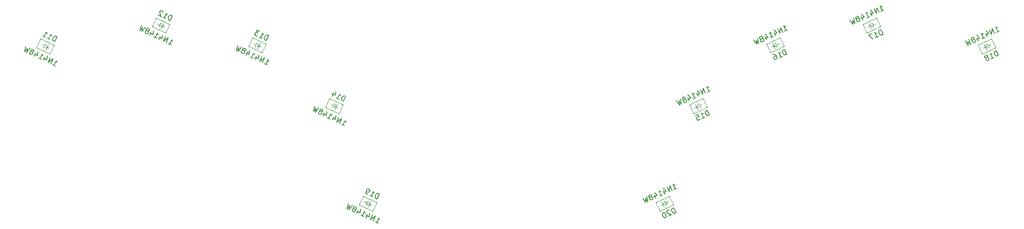
<source format=gbr>
%TF.GenerationSoftware,KiCad,Pcbnew,7.0.5*%
%TF.CreationDate,2023-06-04T15:55:19-04:00*%
%TF.ProjectId,epsilon-kb,65707369-6c6f-46e2-9d6b-622e6b696361,rev?*%
%TF.SameCoordinates,Original*%
%TF.FileFunction,AssemblyDrawing,Bot*%
%FSLAX46Y46*%
G04 Gerber Fmt 4.6, Leading zero omitted, Abs format (unit mm)*
G04 Created by KiCad (PCBNEW 7.0.5) date 2023-06-04 15:55:19*
%MOMM*%
%LPD*%
G01*
G04 APERTURE LIST*
%ADD10C,0.150000*%
%ADD11C,0.100000*%
G04 APERTURE END LIST*
D10*
%TO.C,D20*%
X179672377Y-110318587D02*
X180190267Y-110077091D01*
X179931322Y-110197839D02*
X179508704Y-109291531D01*
X179508704Y-109291531D02*
X179655393Y-109380754D01*
X179655393Y-109380754D02*
X179781957Y-109426820D01*
X179781957Y-109426820D02*
X179888397Y-109429728D01*
X179283960Y-110499709D02*
X178861341Y-109593401D01*
X178861341Y-109593401D02*
X178766069Y-110741205D01*
X178766069Y-110741205D02*
X178343451Y-109834898D01*
X177664331Y-110519369D02*
X177946077Y-111123574D01*
X177719121Y-110073486D02*
X178236779Y-110620225D01*
X178236779Y-110620225D02*
X177675731Y-110881846D01*
X176996611Y-111566317D02*
X177514501Y-111324821D01*
X177255556Y-111445569D02*
X176832938Y-110539261D01*
X176832938Y-110539261D02*
X176979627Y-110628484D01*
X176979627Y-110628484D02*
X177106192Y-110674550D01*
X177106192Y-110674550D02*
X177212631Y-110677458D01*
X175938030Y-111324356D02*
X176219776Y-111928561D01*
X175992821Y-110878473D02*
X176510478Y-111425212D01*
X176510478Y-111425212D02*
X175949431Y-111686833D01*
X175374075Y-111692417D02*
X175440265Y-111609010D01*
X175440265Y-111609010D02*
X175463298Y-111545728D01*
X175463298Y-111545728D02*
X175466206Y-111439288D01*
X175466206Y-111439288D02*
X175446081Y-111396130D01*
X175446081Y-111396130D02*
X175362674Y-111329940D01*
X175362674Y-111329940D02*
X175299392Y-111306907D01*
X175299392Y-111306907D02*
X175192953Y-111303999D01*
X175192953Y-111303999D02*
X175020322Y-111384498D01*
X175020322Y-111384498D02*
X174954132Y-111467905D01*
X174954132Y-111467905D02*
X174931099Y-111531187D01*
X174931099Y-111531187D02*
X174928191Y-111637627D01*
X174928191Y-111637627D02*
X174948316Y-111680784D01*
X174948316Y-111680784D02*
X175031723Y-111746974D01*
X175031723Y-111746974D02*
X175095005Y-111770007D01*
X175095005Y-111770007D02*
X175201445Y-111772915D01*
X175201445Y-111772915D02*
X175374075Y-111692417D01*
X175374075Y-111692417D02*
X175480514Y-111695325D01*
X175480514Y-111695325D02*
X175543797Y-111718358D01*
X175543797Y-111718358D02*
X175627203Y-111784548D01*
X175627203Y-111784548D02*
X175707702Y-111957178D01*
X175707702Y-111957178D02*
X175704794Y-112063618D01*
X175704794Y-112063618D02*
X175681761Y-112126900D01*
X175681761Y-112126900D02*
X175615571Y-112210307D01*
X175615571Y-112210307D02*
X175442941Y-112290806D01*
X175442941Y-112290806D02*
X175336501Y-112287897D01*
X175336501Y-112287897D02*
X175273219Y-112264865D01*
X175273219Y-112264865D02*
X175189812Y-112198674D01*
X175189812Y-112198674D02*
X175109313Y-112026044D01*
X175109313Y-112026044D02*
X175112221Y-111919605D01*
X175112221Y-111919605D02*
X175135254Y-111856322D01*
X175135254Y-111856322D02*
X175201445Y-111772915D01*
X174545590Y-111605869D02*
X174752420Y-112612801D01*
X174752420Y-112612801D02*
X174277920Y-112045937D01*
X174277920Y-112045937D02*
X174407160Y-112773798D01*
X174407160Y-112773798D02*
X173768755Y-111968114D01*
X180045651Y-114668376D02*
X179623033Y-113762068D01*
X179623033Y-113762068D02*
X179407245Y-113862692D01*
X179407245Y-113862692D02*
X179297897Y-113966223D01*
X179297897Y-113966223D02*
X179251832Y-114092788D01*
X179251832Y-114092788D02*
X179248923Y-114199227D01*
X179248923Y-114199227D02*
X179286265Y-114391982D01*
X179286265Y-114391982D02*
X179346639Y-114521455D01*
X179346639Y-114521455D02*
X179470295Y-114673960D01*
X179470295Y-114673960D02*
X179553702Y-114740150D01*
X179553702Y-114740150D02*
X179680266Y-114786216D01*
X179680266Y-114786216D02*
X179829863Y-114769000D01*
X179829863Y-114769000D02*
X180045651Y-114668376D01*
X178800132Y-114250877D02*
X178736850Y-114227844D01*
X178736850Y-114227844D02*
X178630410Y-114224936D01*
X178630410Y-114224936D02*
X178414622Y-114325559D01*
X178414622Y-114325559D02*
X178348432Y-114408966D01*
X178348432Y-114408966D02*
X178325399Y-114472248D01*
X178325399Y-114472248D02*
X178322491Y-114578688D01*
X178322491Y-114578688D02*
X178362740Y-114665003D01*
X178362740Y-114665003D02*
X178466272Y-114774351D01*
X178466272Y-114774351D02*
X179225658Y-115050745D01*
X179225658Y-115050745D02*
X178664611Y-115312366D01*
X177680945Y-114667679D02*
X177594630Y-114707928D01*
X177594630Y-114707928D02*
X177528439Y-114791335D01*
X177528439Y-114791335D02*
X177505406Y-114854617D01*
X177505406Y-114854617D02*
X177502498Y-114961057D01*
X177502498Y-114961057D02*
X177539839Y-115153812D01*
X177539839Y-115153812D02*
X177640463Y-115369599D01*
X177640463Y-115369599D02*
X177764119Y-115522105D01*
X177764119Y-115522105D02*
X177847526Y-115588295D01*
X177847526Y-115588295D02*
X177910808Y-115611328D01*
X177910808Y-115611328D02*
X178017248Y-115614236D01*
X178017248Y-115614236D02*
X178103563Y-115573987D01*
X178103563Y-115573987D02*
X178169753Y-115490580D01*
X178169753Y-115490580D02*
X178192786Y-115427298D01*
X178192786Y-115427298D02*
X178195694Y-115320858D01*
X178195694Y-115320858D02*
X178158353Y-115128103D01*
X178158353Y-115128103D02*
X178057730Y-114912316D01*
X178057730Y-114912316D02*
X177934073Y-114759810D01*
X177934073Y-114759810D02*
X177850666Y-114693620D01*
X177850666Y-114693620D02*
X177787384Y-114670587D01*
X177787384Y-114670587D02*
X177680945Y-114667679D01*
%TO.C,D11*%
X62825079Y-86759674D02*
X63342969Y-87001170D01*
X63084024Y-86880422D02*
X63506642Y-85974114D01*
X63506642Y-85974114D02*
X63532583Y-86143836D01*
X63532583Y-86143836D02*
X63578649Y-86270401D01*
X63578649Y-86270401D02*
X63644839Y-86353807D01*
X62436661Y-86578552D02*
X62859279Y-85672244D01*
X62859279Y-85672244D02*
X61918771Y-86337056D01*
X61918771Y-86337056D02*
X62341389Y-85430748D01*
X61380523Y-85350482D02*
X61098778Y-85954687D01*
X61757308Y-85105845D02*
X61671226Y-85853831D01*
X61671226Y-85853831D02*
X61110178Y-85592210D01*
X60149313Y-85511944D02*
X60667203Y-85753440D01*
X60408258Y-85632692D02*
X60830876Y-84726384D01*
X60830876Y-84726384D02*
X60856817Y-84896106D01*
X60856817Y-84896106D02*
X60902883Y-85022671D01*
X60902883Y-85022671D02*
X60969073Y-85106077D01*
X59654223Y-84545494D02*
X59372477Y-85149700D01*
X60031008Y-84300858D02*
X59944925Y-85048844D01*
X59944925Y-85048844D02*
X59383878Y-84787223D01*
X59009768Y-84350064D02*
X59116208Y-84347156D01*
X59116208Y-84347156D02*
X59179490Y-84324123D01*
X59179490Y-84324123D02*
X59262897Y-84257933D01*
X59262897Y-84257933D02*
X59283022Y-84214775D01*
X59283022Y-84214775D02*
X59280114Y-84108335D01*
X59280114Y-84108335D02*
X59257081Y-84045053D01*
X59257081Y-84045053D02*
X59190890Y-83961646D01*
X59190890Y-83961646D02*
X59018260Y-83881148D01*
X59018260Y-83881148D02*
X58911821Y-83884056D01*
X58911821Y-83884056D02*
X58848538Y-83907089D01*
X58848538Y-83907089D02*
X58765132Y-83973279D01*
X58765132Y-83973279D02*
X58745007Y-84016437D01*
X58745007Y-84016437D02*
X58747915Y-84122876D01*
X58747915Y-84122876D02*
X58770948Y-84186158D01*
X58770948Y-84186158D02*
X58837138Y-84269565D01*
X58837138Y-84269565D02*
X59009768Y-84350064D01*
X59009768Y-84350064D02*
X59075959Y-84433471D01*
X59075959Y-84433471D02*
X59098991Y-84496753D01*
X59098991Y-84496753D02*
X59101900Y-84603193D01*
X59101900Y-84603193D02*
X59021401Y-84775823D01*
X59021401Y-84775823D02*
X58937994Y-84842013D01*
X58937994Y-84842013D02*
X58874712Y-84865046D01*
X58874712Y-84865046D02*
X58768272Y-84867954D01*
X58768272Y-84867954D02*
X58595642Y-84787455D01*
X58595642Y-84787455D02*
X58529452Y-84704049D01*
X58529452Y-84704049D02*
X58506419Y-84640766D01*
X58506419Y-84640766D02*
X58503511Y-84534327D01*
X58503511Y-84534327D02*
X58584009Y-84361697D01*
X58584009Y-84361697D02*
X58667416Y-84295506D01*
X58667416Y-84295506D02*
X58730698Y-84272473D01*
X58730698Y-84272473D02*
X58837138Y-84269565D01*
X58543528Y-83659776D02*
X57905122Y-84465461D01*
X57905122Y-84465461D02*
X58034362Y-83737599D01*
X58034362Y-83737599D02*
X57559862Y-84304463D01*
X57559862Y-84304463D02*
X57766692Y-83297532D01*
X63198352Y-82409885D02*
X63620971Y-81503577D01*
X63620971Y-81503577D02*
X63405183Y-81402954D01*
X63405183Y-81402954D02*
X63255586Y-81385737D01*
X63255586Y-81385737D02*
X63129021Y-81431803D01*
X63129021Y-81431803D02*
X63045615Y-81497993D01*
X63045615Y-81497993D02*
X62921958Y-81650499D01*
X62921958Y-81650499D02*
X62861584Y-81779971D01*
X62861584Y-81779971D02*
X62824243Y-81972726D01*
X62824243Y-81972726D02*
X62827151Y-82079166D01*
X62827151Y-82079166D02*
X62873217Y-82205730D01*
X62873217Y-82205730D02*
X62982565Y-82309261D01*
X62982565Y-82309261D02*
X63198352Y-82409885D01*
X61817312Y-81765895D02*
X62335202Y-82007391D01*
X62076257Y-81886643D02*
X62498875Y-80980335D01*
X62498875Y-80980335D02*
X62524816Y-81150057D01*
X62524816Y-81150057D02*
X62570882Y-81276622D01*
X62570882Y-81276622D02*
X62637072Y-81360029D01*
X60954162Y-81363402D02*
X61472052Y-81604898D01*
X61213107Y-81484150D02*
X61635725Y-80577842D01*
X61635725Y-80577842D02*
X61661666Y-80747564D01*
X61661666Y-80747564D02*
X61707732Y-80874128D01*
X61707732Y-80874128D02*
X61773922Y-80957535D01*
%TO.C,D19*%
X123472581Y-116419292D02*
X123990471Y-116660788D01*
X123731526Y-116540040D02*
X124154144Y-115633732D01*
X124154144Y-115633732D02*
X124180085Y-115803454D01*
X124180085Y-115803454D02*
X124226151Y-115930019D01*
X124226151Y-115930019D02*
X124292341Y-116013425D01*
X123084163Y-116238170D02*
X123506781Y-115331862D01*
X123506781Y-115331862D02*
X122566273Y-115996674D01*
X122566273Y-115996674D02*
X122988891Y-115090366D01*
X122028025Y-115010100D02*
X121746280Y-115614305D01*
X122404810Y-114765463D02*
X122318728Y-115513449D01*
X122318728Y-115513449D02*
X121757680Y-115251828D01*
X120796815Y-115171562D02*
X121314705Y-115413058D01*
X121055760Y-115292310D02*
X121478378Y-114386002D01*
X121478378Y-114386002D02*
X121504319Y-114555724D01*
X121504319Y-114555724D02*
X121550385Y-114682289D01*
X121550385Y-114682289D02*
X121616575Y-114765695D01*
X120301725Y-114205112D02*
X120019979Y-114809318D01*
X120678510Y-113960476D02*
X120592427Y-114708462D01*
X120592427Y-114708462D02*
X120031380Y-114446841D01*
X119657270Y-114009682D02*
X119763710Y-114006774D01*
X119763710Y-114006774D02*
X119826992Y-113983741D01*
X119826992Y-113983741D02*
X119910399Y-113917551D01*
X119910399Y-113917551D02*
X119930524Y-113874393D01*
X119930524Y-113874393D02*
X119927616Y-113767953D01*
X119927616Y-113767953D02*
X119904583Y-113704671D01*
X119904583Y-113704671D02*
X119838392Y-113621264D01*
X119838392Y-113621264D02*
X119665762Y-113540766D01*
X119665762Y-113540766D02*
X119559323Y-113543674D01*
X119559323Y-113543674D02*
X119496040Y-113566707D01*
X119496040Y-113566707D02*
X119412634Y-113632897D01*
X119412634Y-113632897D02*
X119392509Y-113676055D01*
X119392509Y-113676055D02*
X119395417Y-113782494D01*
X119395417Y-113782494D02*
X119418450Y-113845776D01*
X119418450Y-113845776D02*
X119484640Y-113929183D01*
X119484640Y-113929183D02*
X119657270Y-114009682D01*
X119657270Y-114009682D02*
X119723461Y-114093089D01*
X119723461Y-114093089D02*
X119746493Y-114156371D01*
X119746493Y-114156371D02*
X119749402Y-114262811D01*
X119749402Y-114262811D02*
X119668903Y-114435441D01*
X119668903Y-114435441D02*
X119585496Y-114501631D01*
X119585496Y-114501631D02*
X119522214Y-114524664D01*
X119522214Y-114524664D02*
X119415774Y-114527572D01*
X119415774Y-114527572D02*
X119243144Y-114447073D01*
X119243144Y-114447073D02*
X119176954Y-114363667D01*
X119176954Y-114363667D02*
X119153921Y-114300384D01*
X119153921Y-114300384D02*
X119151013Y-114193945D01*
X119151013Y-114193945D02*
X119231511Y-114021315D01*
X119231511Y-114021315D02*
X119314918Y-113955124D01*
X119314918Y-113955124D02*
X119378200Y-113932091D01*
X119378200Y-113932091D02*
X119484640Y-113929183D01*
X119191030Y-113319394D02*
X118552624Y-114125079D01*
X118552624Y-114125079D02*
X118681864Y-113397217D01*
X118681864Y-113397217D02*
X118207364Y-113964081D01*
X118207364Y-113964081D02*
X118414194Y-112957150D01*
X123845854Y-112069503D02*
X124268473Y-111163195D01*
X124268473Y-111163195D02*
X124052685Y-111062572D01*
X124052685Y-111062572D02*
X123903088Y-111045355D01*
X123903088Y-111045355D02*
X123776523Y-111091421D01*
X123776523Y-111091421D02*
X123693117Y-111157611D01*
X123693117Y-111157611D02*
X123569460Y-111310117D01*
X123569460Y-111310117D02*
X123509086Y-111439589D01*
X123509086Y-111439589D02*
X123471745Y-111632344D01*
X123471745Y-111632344D02*
X123474653Y-111738784D01*
X123474653Y-111738784D02*
X123520719Y-111865348D01*
X123520719Y-111865348D02*
X123630067Y-111968879D01*
X123630067Y-111968879D02*
X123845854Y-112069503D01*
X122464814Y-111425513D02*
X122982704Y-111667009D01*
X122723759Y-111546261D02*
X123146377Y-110639953D01*
X123146377Y-110639953D02*
X123172318Y-110809675D01*
X123172318Y-110809675D02*
X123218384Y-110936240D01*
X123218384Y-110936240D02*
X123284574Y-111019647D01*
X122033239Y-111224266D02*
X121860609Y-111143768D01*
X121860609Y-111143768D02*
X121794418Y-111060361D01*
X121794418Y-111060361D02*
X121771385Y-110997079D01*
X121771385Y-110997079D02*
X121745444Y-110827357D01*
X121745444Y-110827357D02*
X121782786Y-110634602D01*
X121782786Y-110634602D02*
X121943783Y-110289342D01*
X121943783Y-110289342D02*
X122027190Y-110223151D01*
X122027190Y-110223151D02*
X122090472Y-110200119D01*
X122090472Y-110200119D02*
X122196912Y-110197210D01*
X122196912Y-110197210D02*
X122369542Y-110277709D01*
X122369542Y-110277709D02*
X122435732Y-110361116D01*
X122435732Y-110361116D02*
X122458765Y-110424398D01*
X122458765Y-110424398D02*
X122461673Y-110530838D01*
X122461673Y-110530838D02*
X122361050Y-110746626D01*
X122361050Y-110746626D02*
X122277643Y-110812816D01*
X122277643Y-110812816D02*
X122214361Y-110835849D01*
X122214361Y-110835849D02*
X122107921Y-110838757D01*
X122107921Y-110838757D02*
X121935291Y-110758258D01*
X121935291Y-110758258D02*
X121869101Y-110674851D01*
X121869101Y-110674851D02*
X121846068Y-110611569D01*
X121846068Y-110611569D02*
X121843160Y-110505129D01*
%TO.C,D18*%
X240319880Y-80658969D02*
X240837770Y-80417473D01*
X240578825Y-80538221D02*
X240156207Y-79631913D01*
X240156207Y-79631913D02*
X240302896Y-79721136D01*
X240302896Y-79721136D02*
X240429460Y-79767202D01*
X240429460Y-79767202D02*
X240535900Y-79770110D01*
X239931463Y-80840091D02*
X239508844Y-79933783D01*
X239508844Y-79933783D02*
X239413572Y-81081587D01*
X239413572Y-81081587D02*
X238990954Y-80175280D01*
X238311834Y-80859751D02*
X238593580Y-81463956D01*
X238366624Y-80413868D02*
X238884282Y-80960607D01*
X238884282Y-80960607D02*
X238323234Y-81222228D01*
X237644114Y-81906699D02*
X238162004Y-81665203D01*
X237903059Y-81785951D02*
X237480441Y-80879643D01*
X237480441Y-80879643D02*
X237627130Y-80968866D01*
X237627130Y-80968866D02*
X237753695Y-81014932D01*
X237753695Y-81014932D02*
X237860134Y-81017840D01*
X236585533Y-81664738D02*
X236867279Y-82268943D01*
X236640324Y-81218855D02*
X237157981Y-81765594D01*
X237157981Y-81765594D02*
X236596934Y-82027215D01*
X236021578Y-82032799D02*
X236087768Y-81949392D01*
X236087768Y-81949392D02*
X236110801Y-81886110D01*
X236110801Y-81886110D02*
X236113709Y-81779670D01*
X236113709Y-81779670D02*
X236093584Y-81736512D01*
X236093584Y-81736512D02*
X236010177Y-81670322D01*
X236010177Y-81670322D02*
X235946895Y-81647289D01*
X235946895Y-81647289D02*
X235840456Y-81644381D01*
X235840456Y-81644381D02*
X235667825Y-81724880D01*
X235667825Y-81724880D02*
X235601635Y-81808287D01*
X235601635Y-81808287D02*
X235578602Y-81871569D01*
X235578602Y-81871569D02*
X235575694Y-81978009D01*
X235575694Y-81978009D02*
X235595819Y-82021166D01*
X235595819Y-82021166D02*
X235679226Y-82087356D01*
X235679226Y-82087356D02*
X235742508Y-82110389D01*
X235742508Y-82110389D02*
X235848948Y-82113297D01*
X235848948Y-82113297D02*
X236021578Y-82032799D01*
X236021578Y-82032799D02*
X236128017Y-82035707D01*
X236128017Y-82035707D02*
X236191300Y-82058740D01*
X236191300Y-82058740D02*
X236274706Y-82124930D01*
X236274706Y-82124930D02*
X236355205Y-82297560D01*
X236355205Y-82297560D02*
X236352297Y-82404000D01*
X236352297Y-82404000D02*
X236329264Y-82467282D01*
X236329264Y-82467282D02*
X236263074Y-82550689D01*
X236263074Y-82550689D02*
X236090444Y-82631188D01*
X236090444Y-82631188D02*
X235984004Y-82628279D01*
X235984004Y-82628279D02*
X235920722Y-82605247D01*
X235920722Y-82605247D02*
X235837315Y-82539056D01*
X235837315Y-82539056D02*
X235756816Y-82366426D01*
X235756816Y-82366426D02*
X235759724Y-82259987D01*
X235759724Y-82259987D02*
X235782757Y-82196704D01*
X235782757Y-82196704D02*
X235848948Y-82113297D01*
X235193093Y-81946251D02*
X235399923Y-82953183D01*
X235399923Y-82953183D02*
X234925423Y-82386319D01*
X234925423Y-82386319D02*
X235054663Y-83114180D01*
X235054663Y-83114180D02*
X234416258Y-82308496D01*
X240693154Y-85008758D02*
X240270536Y-84102450D01*
X240270536Y-84102450D02*
X240054748Y-84203074D01*
X240054748Y-84203074D02*
X239945400Y-84306605D01*
X239945400Y-84306605D02*
X239899335Y-84433170D01*
X239899335Y-84433170D02*
X239896426Y-84539609D01*
X239896426Y-84539609D02*
X239933768Y-84732364D01*
X239933768Y-84732364D02*
X239994142Y-84861837D01*
X239994142Y-84861837D02*
X240117798Y-85014342D01*
X240117798Y-85014342D02*
X240201205Y-85080532D01*
X240201205Y-85080532D02*
X240327769Y-85126598D01*
X240327769Y-85126598D02*
X240477366Y-85109382D01*
X240477366Y-85109382D02*
X240693154Y-85008758D01*
X239312114Y-85652748D02*
X239830004Y-85411252D01*
X239571059Y-85532000D02*
X239148440Y-84625692D01*
X239148440Y-84625692D02*
X239295129Y-84714915D01*
X239295129Y-84714915D02*
X239421694Y-84760981D01*
X239421694Y-84760981D02*
X239528134Y-84763889D01*
X238552727Y-85376354D02*
X238618918Y-85292947D01*
X238618918Y-85292947D02*
X238641950Y-85229665D01*
X238641950Y-85229665D02*
X238644859Y-85123225D01*
X238644859Y-85123225D02*
X238624734Y-85080068D01*
X238624734Y-85080068D02*
X238541327Y-85013877D01*
X238541327Y-85013877D02*
X238478045Y-84990844D01*
X238478045Y-84990844D02*
X238371605Y-84987936D01*
X238371605Y-84987936D02*
X238198975Y-85068435D01*
X238198975Y-85068435D02*
X238132785Y-85151842D01*
X238132785Y-85151842D02*
X238109752Y-85215124D01*
X238109752Y-85215124D02*
X238106844Y-85321564D01*
X238106844Y-85321564D02*
X238126968Y-85364721D01*
X238126968Y-85364721D02*
X238210375Y-85430912D01*
X238210375Y-85430912D02*
X238273657Y-85453945D01*
X238273657Y-85453945D02*
X238380097Y-85456853D01*
X238380097Y-85456853D02*
X238552727Y-85376354D01*
X238552727Y-85376354D02*
X238659167Y-85379262D01*
X238659167Y-85379262D02*
X238722449Y-85402295D01*
X238722449Y-85402295D02*
X238805856Y-85468485D01*
X238805856Y-85468485D02*
X238886355Y-85641115D01*
X238886355Y-85641115D02*
X238883447Y-85747555D01*
X238883447Y-85747555D02*
X238860414Y-85810837D01*
X238860414Y-85810837D02*
X238794223Y-85894244D01*
X238794223Y-85894244D02*
X238621593Y-85974743D01*
X238621593Y-85974743D02*
X238515154Y-85971835D01*
X238515154Y-85971835D02*
X238451871Y-85948802D01*
X238451871Y-85948802D02*
X238368465Y-85882611D01*
X238368465Y-85882611D02*
X238287966Y-85709981D01*
X238287966Y-85709981D02*
X238290874Y-85603542D01*
X238290874Y-85603542D02*
X238313907Y-85540260D01*
X238313907Y-85540260D02*
X238380097Y-85456853D01*
%TO.C,D14*%
X117154082Y-98025637D02*
X117671972Y-98267133D01*
X117413027Y-98146385D02*
X117835645Y-97240077D01*
X117835645Y-97240077D02*
X117861586Y-97409799D01*
X117861586Y-97409799D02*
X117907652Y-97536364D01*
X117907652Y-97536364D02*
X117973842Y-97619770D01*
X116765664Y-97844515D02*
X117188282Y-96938207D01*
X117188282Y-96938207D02*
X116247774Y-97603019D01*
X116247774Y-97603019D02*
X116670392Y-96696711D01*
X115709526Y-96616445D02*
X115427781Y-97220650D01*
X116086311Y-96371808D02*
X116000229Y-97119794D01*
X116000229Y-97119794D02*
X115439181Y-96858173D01*
X114478316Y-96777907D02*
X114996206Y-97019403D01*
X114737261Y-96898655D02*
X115159879Y-95992347D01*
X115159879Y-95992347D02*
X115185820Y-96162069D01*
X115185820Y-96162069D02*
X115231886Y-96288634D01*
X115231886Y-96288634D02*
X115298076Y-96372040D01*
X113983226Y-95811457D02*
X113701480Y-96415663D01*
X114360011Y-95566821D02*
X114273928Y-96314807D01*
X114273928Y-96314807D02*
X113712881Y-96053186D01*
X113338771Y-95616027D02*
X113445211Y-95613119D01*
X113445211Y-95613119D02*
X113508493Y-95590086D01*
X113508493Y-95590086D02*
X113591900Y-95523896D01*
X113591900Y-95523896D02*
X113612025Y-95480738D01*
X113612025Y-95480738D02*
X113609117Y-95374298D01*
X113609117Y-95374298D02*
X113586084Y-95311016D01*
X113586084Y-95311016D02*
X113519893Y-95227609D01*
X113519893Y-95227609D02*
X113347263Y-95147111D01*
X113347263Y-95147111D02*
X113240824Y-95150019D01*
X113240824Y-95150019D02*
X113177541Y-95173052D01*
X113177541Y-95173052D02*
X113094135Y-95239242D01*
X113094135Y-95239242D02*
X113074010Y-95282400D01*
X113074010Y-95282400D02*
X113076918Y-95388839D01*
X113076918Y-95388839D02*
X113099951Y-95452121D01*
X113099951Y-95452121D02*
X113166141Y-95535528D01*
X113166141Y-95535528D02*
X113338771Y-95616027D01*
X113338771Y-95616027D02*
X113404962Y-95699434D01*
X113404962Y-95699434D02*
X113427994Y-95762716D01*
X113427994Y-95762716D02*
X113430903Y-95869156D01*
X113430903Y-95869156D02*
X113350404Y-96041786D01*
X113350404Y-96041786D02*
X113266997Y-96107976D01*
X113266997Y-96107976D02*
X113203715Y-96131009D01*
X113203715Y-96131009D02*
X113097275Y-96133917D01*
X113097275Y-96133917D02*
X112924645Y-96053418D01*
X112924645Y-96053418D02*
X112858455Y-95970012D01*
X112858455Y-95970012D02*
X112835422Y-95906729D01*
X112835422Y-95906729D02*
X112832514Y-95800290D01*
X112832514Y-95800290D02*
X112913012Y-95627660D01*
X112913012Y-95627660D02*
X112996419Y-95561469D01*
X112996419Y-95561469D02*
X113059701Y-95538436D01*
X113059701Y-95538436D02*
X113166141Y-95535528D01*
X112872531Y-94925739D02*
X112234125Y-95731424D01*
X112234125Y-95731424D02*
X112363365Y-95003562D01*
X112363365Y-95003562D02*
X111888865Y-95570426D01*
X111888865Y-95570426D02*
X112095695Y-94563495D01*
X117527355Y-93675848D02*
X117949974Y-92769540D01*
X117949974Y-92769540D02*
X117734186Y-92668917D01*
X117734186Y-92668917D02*
X117584589Y-92651700D01*
X117584589Y-92651700D02*
X117458024Y-92697766D01*
X117458024Y-92697766D02*
X117374618Y-92763956D01*
X117374618Y-92763956D02*
X117250961Y-92916462D01*
X117250961Y-92916462D02*
X117190587Y-93045934D01*
X117190587Y-93045934D02*
X117153246Y-93238689D01*
X117153246Y-93238689D02*
X117156154Y-93345129D01*
X117156154Y-93345129D02*
X117202220Y-93471693D01*
X117202220Y-93471693D02*
X117311568Y-93575224D01*
X117311568Y-93575224D02*
X117527355Y-93675848D01*
X116146315Y-93031858D02*
X116664205Y-93273354D01*
X116405260Y-93152606D02*
X116827878Y-92246298D01*
X116827878Y-92246298D02*
X116853819Y-92416020D01*
X116853819Y-92416020D02*
X116899885Y-92542585D01*
X116899885Y-92542585D02*
X116966075Y-92625992D01*
X115651225Y-92065409D02*
X115369480Y-92669614D01*
X116028010Y-91820772D02*
X115941927Y-92568758D01*
X115941927Y-92568758D02*
X115380880Y-92307137D01*
%TO.C,D15*%
X185990876Y-91924931D02*
X186508766Y-91683435D01*
X186249821Y-91804183D02*
X185827203Y-90897875D01*
X185827203Y-90897875D02*
X185973892Y-90987098D01*
X185973892Y-90987098D02*
X186100456Y-91033164D01*
X186100456Y-91033164D02*
X186206896Y-91036072D01*
X185602459Y-92106053D02*
X185179840Y-91199745D01*
X185179840Y-91199745D02*
X185084568Y-92347549D01*
X185084568Y-92347549D02*
X184661950Y-91441242D01*
X183982830Y-92125713D02*
X184264576Y-92729918D01*
X184037620Y-91679830D02*
X184555278Y-92226569D01*
X184555278Y-92226569D02*
X183994230Y-92488190D01*
X183315110Y-93172661D02*
X183833000Y-92931165D01*
X183574055Y-93051913D02*
X183151437Y-92145605D01*
X183151437Y-92145605D02*
X183298126Y-92234828D01*
X183298126Y-92234828D02*
X183424691Y-92280894D01*
X183424691Y-92280894D02*
X183531130Y-92283802D01*
X182256529Y-92930700D02*
X182538275Y-93534905D01*
X182311320Y-92484817D02*
X182828977Y-93031556D01*
X182828977Y-93031556D02*
X182267930Y-93293177D01*
X181692574Y-93298761D02*
X181758764Y-93215354D01*
X181758764Y-93215354D02*
X181781797Y-93152072D01*
X181781797Y-93152072D02*
X181784705Y-93045632D01*
X181784705Y-93045632D02*
X181764580Y-93002474D01*
X181764580Y-93002474D02*
X181681173Y-92936284D01*
X181681173Y-92936284D02*
X181617891Y-92913251D01*
X181617891Y-92913251D02*
X181511452Y-92910343D01*
X181511452Y-92910343D02*
X181338821Y-92990842D01*
X181338821Y-92990842D02*
X181272631Y-93074249D01*
X181272631Y-93074249D02*
X181249598Y-93137531D01*
X181249598Y-93137531D02*
X181246690Y-93243971D01*
X181246690Y-93243971D02*
X181266815Y-93287128D01*
X181266815Y-93287128D02*
X181350222Y-93353318D01*
X181350222Y-93353318D02*
X181413504Y-93376351D01*
X181413504Y-93376351D02*
X181519944Y-93379259D01*
X181519944Y-93379259D02*
X181692574Y-93298761D01*
X181692574Y-93298761D02*
X181799013Y-93301669D01*
X181799013Y-93301669D02*
X181862296Y-93324702D01*
X181862296Y-93324702D02*
X181945702Y-93390892D01*
X181945702Y-93390892D02*
X182026201Y-93563522D01*
X182026201Y-93563522D02*
X182023293Y-93669962D01*
X182023293Y-93669962D02*
X182000260Y-93733244D01*
X182000260Y-93733244D02*
X181934070Y-93816651D01*
X181934070Y-93816651D02*
X181761440Y-93897150D01*
X181761440Y-93897150D02*
X181655000Y-93894241D01*
X181655000Y-93894241D02*
X181591718Y-93871209D01*
X181591718Y-93871209D02*
X181508311Y-93805018D01*
X181508311Y-93805018D02*
X181427812Y-93632388D01*
X181427812Y-93632388D02*
X181430720Y-93525949D01*
X181430720Y-93525949D02*
X181453753Y-93462666D01*
X181453753Y-93462666D02*
X181519944Y-93379259D01*
X180864089Y-93212213D02*
X181070919Y-94219145D01*
X181070919Y-94219145D02*
X180596419Y-93652281D01*
X180596419Y-93652281D02*
X180725659Y-94380142D01*
X180725659Y-94380142D02*
X180087254Y-93574458D01*
X186364150Y-96274720D02*
X185941532Y-95368412D01*
X185941532Y-95368412D02*
X185725744Y-95469036D01*
X185725744Y-95469036D02*
X185616396Y-95572567D01*
X185616396Y-95572567D02*
X185570331Y-95699132D01*
X185570331Y-95699132D02*
X185567422Y-95805571D01*
X185567422Y-95805571D02*
X185604764Y-95998326D01*
X185604764Y-95998326D02*
X185665138Y-96127799D01*
X185665138Y-96127799D02*
X185788794Y-96280304D01*
X185788794Y-96280304D02*
X185872201Y-96346494D01*
X185872201Y-96346494D02*
X185998765Y-96392560D01*
X185998765Y-96392560D02*
X186148362Y-96375344D01*
X186148362Y-96375344D02*
X186364150Y-96274720D01*
X184983110Y-96918710D02*
X185501000Y-96677214D01*
X185242055Y-96797962D02*
X184819436Y-95891654D01*
X184819436Y-95891654D02*
X184966125Y-95980877D01*
X184966125Y-95980877D02*
X185092690Y-96026943D01*
X185092690Y-96026943D02*
X185199130Y-96029851D01*
X183740498Y-96394771D02*
X184172074Y-96193524D01*
X184172074Y-96193524D02*
X184416478Y-96604975D01*
X184416478Y-96604975D02*
X184353196Y-96581942D01*
X184353196Y-96581942D02*
X184246756Y-96579034D01*
X184246756Y-96579034D02*
X184030968Y-96679657D01*
X184030968Y-96679657D02*
X183964778Y-96763064D01*
X183964778Y-96763064D02*
X183941745Y-96826346D01*
X183941745Y-96826346D02*
X183938837Y-96932786D01*
X183938837Y-96932786D02*
X184039461Y-97148573D01*
X184039461Y-97148573D02*
X184122867Y-97214764D01*
X184122867Y-97214764D02*
X184186150Y-97237797D01*
X184186150Y-97237797D02*
X184292589Y-97240705D01*
X184292589Y-97240705D02*
X184508377Y-97140081D01*
X184508377Y-97140081D02*
X184574567Y-97056675D01*
X184574567Y-97056675D02*
X184597600Y-96993392D01*
%TO.C,D17*%
X218617955Y-76710673D02*
X219135845Y-76469177D01*
X218876900Y-76589925D02*
X218454282Y-75683617D01*
X218454282Y-75683617D02*
X218600971Y-75772840D01*
X218600971Y-75772840D02*
X218727535Y-75818906D01*
X218727535Y-75818906D02*
X218833975Y-75821814D01*
X218229538Y-76891795D02*
X217806919Y-75985487D01*
X217806919Y-75985487D02*
X217711647Y-77133291D01*
X217711647Y-77133291D02*
X217289029Y-76226984D01*
X216609909Y-76911455D02*
X216891655Y-77515660D01*
X216664699Y-76465572D02*
X217182357Y-77012311D01*
X217182357Y-77012311D02*
X216621309Y-77273932D01*
X215942189Y-77958403D02*
X216460079Y-77716907D01*
X216201134Y-77837655D02*
X215778516Y-76931347D01*
X215778516Y-76931347D02*
X215925205Y-77020570D01*
X215925205Y-77020570D02*
X216051770Y-77066636D01*
X216051770Y-77066636D02*
X216158209Y-77069544D01*
X214883608Y-77716442D02*
X215165354Y-78320647D01*
X214938399Y-77270559D02*
X215456056Y-77817298D01*
X215456056Y-77817298D02*
X214895009Y-78078919D01*
X214319653Y-78084503D02*
X214385843Y-78001096D01*
X214385843Y-78001096D02*
X214408876Y-77937814D01*
X214408876Y-77937814D02*
X214411784Y-77831374D01*
X214411784Y-77831374D02*
X214391659Y-77788216D01*
X214391659Y-77788216D02*
X214308252Y-77722026D01*
X214308252Y-77722026D02*
X214244970Y-77698993D01*
X214244970Y-77698993D02*
X214138531Y-77696085D01*
X214138531Y-77696085D02*
X213965900Y-77776584D01*
X213965900Y-77776584D02*
X213899710Y-77859991D01*
X213899710Y-77859991D02*
X213876677Y-77923273D01*
X213876677Y-77923273D02*
X213873769Y-78029713D01*
X213873769Y-78029713D02*
X213893894Y-78072870D01*
X213893894Y-78072870D02*
X213977301Y-78139060D01*
X213977301Y-78139060D02*
X214040583Y-78162093D01*
X214040583Y-78162093D02*
X214147023Y-78165001D01*
X214147023Y-78165001D02*
X214319653Y-78084503D01*
X214319653Y-78084503D02*
X214426092Y-78087411D01*
X214426092Y-78087411D02*
X214489375Y-78110444D01*
X214489375Y-78110444D02*
X214572781Y-78176634D01*
X214572781Y-78176634D02*
X214653280Y-78349264D01*
X214653280Y-78349264D02*
X214650372Y-78455704D01*
X214650372Y-78455704D02*
X214627339Y-78518986D01*
X214627339Y-78518986D02*
X214561149Y-78602393D01*
X214561149Y-78602393D02*
X214388519Y-78682892D01*
X214388519Y-78682892D02*
X214282079Y-78679983D01*
X214282079Y-78679983D02*
X214218797Y-78656951D01*
X214218797Y-78656951D02*
X214135390Y-78590760D01*
X214135390Y-78590760D02*
X214054891Y-78418130D01*
X214054891Y-78418130D02*
X214057799Y-78311691D01*
X214057799Y-78311691D02*
X214080832Y-78248408D01*
X214080832Y-78248408D02*
X214147023Y-78165001D01*
X213491168Y-77997955D02*
X213697998Y-79004887D01*
X213697998Y-79004887D02*
X213223498Y-78438023D01*
X213223498Y-78438023D02*
X213352738Y-79165884D01*
X213352738Y-79165884D02*
X212714333Y-78360200D01*
X218991229Y-81060462D02*
X218568611Y-80154154D01*
X218568611Y-80154154D02*
X218352823Y-80254778D01*
X218352823Y-80254778D02*
X218243475Y-80358309D01*
X218243475Y-80358309D02*
X218197410Y-80484874D01*
X218197410Y-80484874D02*
X218194501Y-80591313D01*
X218194501Y-80591313D02*
X218231843Y-80784068D01*
X218231843Y-80784068D02*
X218292217Y-80913541D01*
X218292217Y-80913541D02*
X218415873Y-81066046D01*
X218415873Y-81066046D02*
X218499280Y-81132236D01*
X218499280Y-81132236D02*
X218625844Y-81178302D01*
X218625844Y-81178302D02*
X218775441Y-81161086D01*
X218775441Y-81161086D02*
X218991229Y-81060462D01*
X217610189Y-81704452D02*
X218128079Y-81462956D01*
X217869134Y-81583704D02*
X217446515Y-80677396D01*
X217446515Y-80677396D02*
X217593204Y-80766619D01*
X217593204Y-80766619D02*
X217719769Y-80812685D01*
X217719769Y-80812685D02*
X217826209Y-80815593D01*
X216885468Y-80939017D02*
X216281262Y-81220762D01*
X216281262Y-81220762D02*
X217092298Y-81945948D01*
%TO.C,D13*%
X102636670Y-86566700D02*
X103154560Y-86808196D01*
X102895615Y-86687448D02*
X103318233Y-85781140D01*
X103318233Y-85781140D02*
X103344174Y-85950862D01*
X103344174Y-85950862D02*
X103390240Y-86077427D01*
X103390240Y-86077427D02*
X103456430Y-86160833D01*
X102248252Y-86385578D02*
X102670870Y-85479270D01*
X102670870Y-85479270D02*
X101730362Y-86144082D01*
X101730362Y-86144082D02*
X102152980Y-85237774D01*
X101192114Y-85157508D02*
X100910369Y-85761713D01*
X101568899Y-84912871D02*
X101482817Y-85660857D01*
X101482817Y-85660857D02*
X100921769Y-85399236D01*
X99960904Y-85318970D02*
X100478794Y-85560466D01*
X100219849Y-85439718D02*
X100642467Y-84533410D01*
X100642467Y-84533410D02*
X100668408Y-84703132D01*
X100668408Y-84703132D02*
X100714474Y-84829697D01*
X100714474Y-84829697D02*
X100780664Y-84913103D01*
X99465814Y-84352520D02*
X99184068Y-84956726D01*
X99842599Y-84107884D02*
X99756516Y-84855870D01*
X99756516Y-84855870D02*
X99195469Y-84594249D01*
X98821359Y-84157090D02*
X98927799Y-84154182D01*
X98927799Y-84154182D02*
X98991081Y-84131149D01*
X98991081Y-84131149D02*
X99074488Y-84064959D01*
X99074488Y-84064959D02*
X99094613Y-84021801D01*
X99094613Y-84021801D02*
X99091705Y-83915361D01*
X99091705Y-83915361D02*
X99068672Y-83852079D01*
X99068672Y-83852079D02*
X99002481Y-83768672D01*
X99002481Y-83768672D02*
X98829851Y-83688174D01*
X98829851Y-83688174D02*
X98723412Y-83691082D01*
X98723412Y-83691082D02*
X98660129Y-83714115D01*
X98660129Y-83714115D02*
X98576723Y-83780305D01*
X98576723Y-83780305D02*
X98556598Y-83823463D01*
X98556598Y-83823463D02*
X98559506Y-83929902D01*
X98559506Y-83929902D02*
X98582539Y-83993184D01*
X98582539Y-83993184D02*
X98648729Y-84076591D01*
X98648729Y-84076591D02*
X98821359Y-84157090D01*
X98821359Y-84157090D02*
X98887550Y-84240497D01*
X98887550Y-84240497D02*
X98910582Y-84303779D01*
X98910582Y-84303779D02*
X98913491Y-84410219D01*
X98913491Y-84410219D02*
X98832992Y-84582849D01*
X98832992Y-84582849D02*
X98749585Y-84649039D01*
X98749585Y-84649039D02*
X98686303Y-84672072D01*
X98686303Y-84672072D02*
X98579863Y-84674980D01*
X98579863Y-84674980D02*
X98407233Y-84594481D01*
X98407233Y-84594481D02*
X98341043Y-84511075D01*
X98341043Y-84511075D02*
X98318010Y-84447792D01*
X98318010Y-84447792D02*
X98315102Y-84341353D01*
X98315102Y-84341353D02*
X98395600Y-84168723D01*
X98395600Y-84168723D02*
X98479007Y-84102532D01*
X98479007Y-84102532D02*
X98542289Y-84079499D01*
X98542289Y-84079499D02*
X98648729Y-84076591D01*
X98355119Y-83466802D02*
X97716713Y-84272487D01*
X97716713Y-84272487D02*
X97845953Y-83544625D01*
X97845953Y-83544625D02*
X97371453Y-84111489D01*
X97371453Y-84111489D02*
X97578283Y-83104558D01*
X103009943Y-82216911D02*
X103432562Y-81310603D01*
X103432562Y-81310603D02*
X103216774Y-81209980D01*
X103216774Y-81209980D02*
X103067177Y-81192763D01*
X103067177Y-81192763D02*
X102940612Y-81238829D01*
X102940612Y-81238829D02*
X102857206Y-81305019D01*
X102857206Y-81305019D02*
X102733549Y-81457525D01*
X102733549Y-81457525D02*
X102673175Y-81586997D01*
X102673175Y-81586997D02*
X102635834Y-81779752D01*
X102635834Y-81779752D02*
X102638742Y-81886192D01*
X102638742Y-81886192D02*
X102684808Y-82012756D01*
X102684808Y-82012756D02*
X102794156Y-82116287D01*
X102794156Y-82116287D02*
X103009943Y-82216911D01*
X101628903Y-81572921D02*
X102146793Y-81814417D01*
X101887848Y-81693669D02*
X102310466Y-80787361D01*
X102310466Y-80787361D02*
X102336407Y-80957083D01*
X102336407Y-80957083D02*
X102382473Y-81083648D01*
X102382473Y-81083648D02*
X102448663Y-81167055D01*
X101749418Y-80525741D02*
X101188371Y-80264120D01*
X101188371Y-80264120D02*
X101329476Y-80750253D01*
X101329476Y-80750253D02*
X101200003Y-80689879D01*
X101200003Y-80689879D02*
X101093564Y-80692787D01*
X101093564Y-80692787D02*
X101030282Y-80715820D01*
X101030282Y-80715820D02*
X100946875Y-80782010D01*
X100946875Y-80782010D02*
X100846251Y-80997797D01*
X100846251Y-80997797D02*
X100849159Y-81104237D01*
X100849159Y-81104237D02*
X100872192Y-81167519D01*
X100872192Y-81167519D02*
X100938383Y-81250926D01*
X100938383Y-81250926D02*
X101197328Y-81371674D01*
X101197328Y-81371674D02*
X101303767Y-81368766D01*
X101303767Y-81368766D02*
X101367050Y-81345733D01*
%TO.C,D16*%
X200508290Y-80465994D02*
X201026180Y-80224498D01*
X200767235Y-80345246D02*
X200344617Y-79438938D01*
X200344617Y-79438938D02*
X200491306Y-79528161D01*
X200491306Y-79528161D02*
X200617870Y-79574227D01*
X200617870Y-79574227D02*
X200724310Y-79577135D01*
X200119873Y-80647116D02*
X199697254Y-79740808D01*
X199697254Y-79740808D02*
X199601982Y-80888612D01*
X199601982Y-80888612D02*
X199179364Y-79982305D01*
X198500244Y-80666776D02*
X198781990Y-81270981D01*
X198555034Y-80220893D02*
X199072692Y-80767632D01*
X199072692Y-80767632D02*
X198511644Y-81029253D01*
X197832524Y-81713724D02*
X198350414Y-81472228D01*
X198091469Y-81592976D02*
X197668851Y-80686668D01*
X197668851Y-80686668D02*
X197815540Y-80775891D01*
X197815540Y-80775891D02*
X197942105Y-80821957D01*
X197942105Y-80821957D02*
X198048544Y-80824865D01*
X196773943Y-81471763D02*
X197055689Y-82075968D01*
X196828734Y-81025880D02*
X197346391Y-81572619D01*
X197346391Y-81572619D02*
X196785344Y-81834240D01*
X196209988Y-81839824D02*
X196276178Y-81756417D01*
X196276178Y-81756417D02*
X196299211Y-81693135D01*
X196299211Y-81693135D02*
X196302119Y-81586695D01*
X196302119Y-81586695D02*
X196281994Y-81543537D01*
X196281994Y-81543537D02*
X196198587Y-81477347D01*
X196198587Y-81477347D02*
X196135305Y-81454314D01*
X196135305Y-81454314D02*
X196028866Y-81451406D01*
X196028866Y-81451406D02*
X195856235Y-81531905D01*
X195856235Y-81531905D02*
X195790045Y-81615312D01*
X195790045Y-81615312D02*
X195767012Y-81678594D01*
X195767012Y-81678594D02*
X195764104Y-81785034D01*
X195764104Y-81785034D02*
X195784229Y-81828191D01*
X195784229Y-81828191D02*
X195867636Y-81894381D01*
X195867636Y-81894381D02*
X195930918Y-81917414D01*
X195930918Y-81917414D02*
X196037358Y-81920322D01*
X196037358Y-81920322D02*
X196209988Y-81839824D01*
X196209988Y-81839824D02*
X196316427Y-81842732D01*
X196316427Y-81842732D02*
X196379710Y-81865765D01*
X196379710Y-81865765D02*
X196463116Y-81931955D01*
X196463116Y-81931955D02*
X196543615Y-82104585D01*
X196543615Y-82104585D02*
X196540707Y-82211025D01*
X196540707Y-82211025D02*
X196517674Y-82274307D01*
X196517674Y-82274307D02*
X196451484Y-82357714D01*
X196451484Y-82357714D02*
X196278854Y-82438213D01*
X196278854Y-82438213D02*
X196172414Y-82435304D01*
X196172414Y-82435304D02*
X196109132Y-82412272D01*
X196109132Y-82412272D02*
X196025725Y-82346081D01*
X196025725Y-82346081D02*
X195945226Y-82173451D01*
X195945226Y-82173451D02*
X195948134Y-82067012D01*
X195948134Y-82067012D02*
X195971167Y-82003729D01*
X195971167Y-82003729D02*
X196037358Y-81920322D01*
X195381503Y-81753276D02*
X195588333Y-82760208D01*
X195588333Y-82760208D02*
X195113833Y-82193344D01*
X195113833Y-82193344D02*
X195243073Y-82921205D01*
X195243073Y-82921205D02*
X194604668Y-82115521D01*
X200881564Y-84815783D02*
X200458946Y-83909475D01*
X200458946Y-83909475D02*
X200243158Y-84010099D01*
X200243158Y-84010099D02*
X200133810Y-84113630D01*
X200133810Y-84113630D02*
X200087745Y-84240195D01*
X200087745Y-84240195D02*
X200084836Y-84346634D01*
X200084836Y-84346634D02*
X200122178Y-84539389D01*
X200122178Y-84539389D02*
X200182552Y-84668862D01*
X200182552Y-84668862D02*
X200306208Y-84821367D01*
X200306208Y-84821367D02*
X200389615Y-84887557D01*
X200389615Y-84887557D02*
X200516179Y-84933623D01*
X200516179Y-84933623D02*
X200665776Y-84916407D01*
X200665776Y-84916407D02*
X200881564Y-84815783D01*
X199500524Y-85459773D02*
X200018414Y-85218277D01*
X199759469Y-85339025D02*
X199336850Y-84432717D01*
X199336850Y-84432717D02*
X199483539Y-84521940D01*
X199483539Y-84521940D02*
X199610104Y-84568006D01*
X199610104Y-84568006D02*
X199716544Y-84570914D01*
X198301070Y-84915709D02*
X198473700Y-84835211D01*
X198473700Y-84835211D02*
X198580140Y-84838119D01*
X198580140Y-84838119D02*
X198643422Y-84861152D01*
X198643422Y-84861152D02*
X198790111Y-84950375D01*
X198790111Y-84950375D02*
X198913767Y-85102880D01*
X198913767Y-85102880D02*
X199074765Y-85448140D01*
X199074765Y-85448140D02*
X199071857Y-85554580D01*
X199071857Y-85554580D02*
X199048824Y-85617862D01*
X199048824Y-85617862D02*
X198982633Y-85701269D01*
X198982633Y-85701269D02*
X198810003Y-85781768D01*
X198810003Y-85781768D02*
X198703564Y-85778860D01*
X198703564Y-85778860D02*
X198640281Y-85755827D01*
X198640281Y-85755827D02*
X198556875Y-85689636D01*
X198556875Y-85689636D02*
X198456251Y-85473849D01*
X198456251Y-85473849D02*
X198459159Y-85367409D01*
X198459159Y-85367409D02*
X198482192Y-85304127D01*
X198482192Y-85304127D02*
X198548382Y-85220720D01*
X198548382Y-85220720D02*
X198721013Y-85140221D01*
X198721013Y-85140221D02*
X198827452Y-85143130D01*
X198827452Y-85143130D02*
X198890734Y-85166162D01*
X198890734Y-85166162D02*
X198974141Y-85232353D01*
%TO.C,D12*%
X84527002Y-82811378D02*
X85044892Y-83052874D01*
X84785947Y-82932126D02*
X85208565Y-82025818D01*
X85208565Y-82025818D02*
X85234506Y-82195540D01*
X85234506Y-82195540D02*
X85280572Y-82322105D01*
X85280572Y-82322105D02*
X85346762Y-82405511D01*
X84138584Y-82630256D02*
X84561202Y-81723948D01*
X84561202Y-81723948D02*
X83620694Y-82388760D01*
X83620694Y-82388760D02*
X84043312Y-81482452D01*
X83082446Y-81402186D02*
X82800701Y-82006391D01*
X83459231Y-81157549D02*
X83373149Y-81905535D01*
X83373149Y-81905535D02*
X82812101Y-81643914D01*
X81851236Y-81563648D02*
X82369126Y-81805144D01*
X82110181Y-81684396D02*
X82532799Y-80778088D01*
X82532799Y-80778088D02*
X82558740Y-80947810D01*
X82558740Y-80947810D02*
X82604806Y-81074375D01*
X82604806Y-81074375D02*
X82670996Y-81157781D01*
X81356146Y-80597198D02*
X81074400Y-81201404D01*
X81732931Y-80352562D02*
X81646848Y-81100548D01*
X81646848Y-81100548D02*
X81085801Y-80838927D01*
X80711691Y-80401768D02*
X80818131Y-80398860D01*
X80818131Y-80398860D02*
X80881413Y-80375827D01*
X80881413Y-80375827D02*
X80964820Y-80309637D01*
X80964820Y-80309637D02*
X80984945Y-80266479D01*
X80984945Y-80266479D02*
X80982037Y-80160039D01*
X80982037Y-80160039D02*
X80959004Y-80096757D01*
X80959004Y-80096757D02*
X80892813Y-80013350D01*
X80892813Y-80013350D02*
X80720183Y-79932852D01*
X80720183Y-79932852D02*
X80613744Y-79935760D01*
X80613744Y-79935760D02*
X80550461Y-79958793D01*
X80550461Y-79958793D02*
X80467055Y-80024983D01*
X80467055Y-80024983D02*
X80446930Y-80068141D01*
X80446930Y-80068141D02*
X80449838Y-80174580D01*
X80449838Y-80174580D02*
X80472871Y-80237862D01*
X80472871Y-80237862D02*
X80539061Y-80321269D01*
X80539061Y-80321269D02*
X80711691Y-80401768D01*
X80711691Y-80401768D02*
X80777882Y-80485175D01*
X80777882Y-80485175D02*
X80800914Y-80548457D01*
X80800914Y-80548457D02*
X80803823Y-80654897D01*
X80803823Y-80654897D02*
X80723324Y-80827527D01*
X80723324Y-80827527D02*
X80639917Y-80893717D01*
X80639917Y-80893717D02*
X80576635Y-80916750D01*
X80576635Y-80916750D02*
X80470195Y-80919658D01*
X80470195Y-80919658D02*
X80297565Y-80839159D01*
X80297565Y-80839159D02*
X80231375Y-80755753D01*
X80231375Y-80755753D02*
X80208342Y-80692470D01*
X80208342Y-80692470D02*
X80205434Y-80586031D01*
X80205434Y-80586031D02*
X80285932Y-80413401D01*
X80285932Y-80413401D02*
X80369339Y-80347210D01*
X80369339Y-80347210D02*
X80432621Y-80324177D01*
X80432621Y-80324177D02*
X80539061Y-80321269D01*
X80245451Y-79711480D02*
X79607045Y-80517165D01*
X79607045Y-80517165D02*
X79736285Y-79789303D01*
X79736285Y-79789303D02*
X79261785Y-80356167D01*
X79261785Y-80356167D02*
X79468615Y-79349236D01*
X84900275Y-78461589D02*
X85322894Y-77555281D01*
X85322894Y-77555281D02*
X85107106Y-77454658D01*
X85107106Y-77454658D02*
X84957509Y-77437441D01*
X84957509Y-77437441D02*
X84830944Y-77483507D01*
X84830944Y-77483507D02*
X84747538Y-77549697D01*
X84747538Y-77549697D02*
X84623881Y-77702203D01*
X84623881Y-77702203D02*
X84563507Y-77831675D01*
X84563507Y-77831675D02*
X84526166Y-78024430D01*
X84526166Y-78024430D02*
X84529074Y-78130870D01*
X84529074Y-78130870D02*
X84575140Y-78257434D01*
X84575140Y-78257434D02*
X84684488Y-78360965D01*
X84684488Y-78360965D02*
X84900275Y-78461589D01*
X83519235Y-77817599D02*
X84037125Y-78059095D01*
X83778180Y-77938347D02*
X84200798Y-77032039D01*
X84200798Y-77032039D02*
X84226739Y-77201761D01*
X84226739Y-77201761D02*
X84272805Y-77328326D01*
X84272805Y-77328326D02*
X84338995Y-77411733D01*
X83556344Y-76836609D02*
X83533311Y-76773327D01*
X83533311Y-76773327D02*
X83467120Y-76689920D01*
X83467120Y-76689920D02*
X83251333Y-76589296D01*
X83251333Y-76589296D02*
X83144893Y-76592205D01*
X83144893Y-76592205D02*
X83081611Y-76615237D01*
X83081611Y-76615237D02*
X82998204Y-76681428D01*
X82998204Y-76681428D02*
X82957955Y-76767743D01*
X82957955Y-76767743D02*
X82940738Y-76917340D01*
X82940738Y-76917340D02*
X83217132Y-77676726D01*
X83217132Y-77676726D02*
X82656085Y-77415106D01*
D11*
%TO.C,D20*%
X177590475Y-113104650D02*
X177358035Y-112606181D01*
X177590475Y-113104650D02*
X178303307Y-113213603D01*
X178303307Y-113213603D02*
X177965213Y-112488556D01*
X177965213Y-112488556D02*
X177590475Y-113104650D01*
X179556870Y-113180745D02*
X178796157Y-111549391D01*
X178134260Y-112851079D02*
X178587414Y-112639770D01*
X177590475Y-113104650D02*
X177822915Y-113603120D01*
X177227952Y-113273698D02*
X177590475Y-113104650D01*
X177019209Y-114364077D02*
X179556870Y-113180745D01*
X178796157Y-111549391D02*
X176258496Y-112732723D01*
X176258496Y-112732723D02*
X177019209Y-114364077D01*
%TO.C,D11*%
X61762022Y-83445032D02*
X61994462Y-82946563D01*
X62124545Y-83614080D02*
X61762022Y-83445032D01*
X61049190Y-83553985D02*
X61762022Y-83445032D01*
X59795627Y-83521127D02*
X62333288Y-84704459D01*
X61387284Y-82828938D02*
X61049190Y-83553985D01*
X62333288Y-84704459D02*
X63094001Y-83073105D01*
X61762022Y-83445032D02*
X61529582Y-83943502D01*
X60556340Y-81889773D02*
X59795627Y-83521127D01*
X61762022Y-83445032D02*
X61387284Y-82828938D01*
X61218237Y-83191461D02*
X60765083Y-82980152D01*
X63094001Y-83073105D02*
X60556340Y-81889773D01*
%TO.C,D19*%
X121696692Y-113213603D02*
X122409524Y-113104650D01*
X122034786Y-112488556D02*
X121696692Y-113213603D01*
X122409524Y-113104650D02*
X122641964Y-112606181D01*
X121865739Y-112851079D02*
X121412585Y-112639770D01*
X122772047Y-113273698D02*
X122409524Y-113104650D01*
X123741503Y-112732723D02*
X121203842Y-111549391D01*
X120443129Y-113180745D02*
X122980790Y-114364077D01*
X122409524Y-113104650D02*
X122034786Y-112488556D01*
X122980790Y-114364077D02*
X123741503Y-112732723D01*
X121203842Y-111549391D02*
X120443129Y-113180745D01*
X122409524Y-113104650D02*
X122177084Y-113603120D01*
%TO.C,D18*%
X236905999Y-83073105D02*
X237666712Y-84704459D01*
X238950810Y-83553985D02*
X238612716Y-82828938D01*
X239443660Y-81889773D02*
X236905999Y-83073105D01*
X240204373Y-83521127D02*
X239443660Y-81889773D01*
X238612716Y-82828938D02*
X238237978Y-83445032D01*
X238237978Y-83445032D02*
X238950810Y-83553985D01*
X238237978Y-83445032D02*
X238005538Y-82946563D01*
X237875455Y-83614080D02*
X238237978Y-83445032D01*
X238237978Y-83445032D02*
X238470418Y-83943502D01*
X238781763Y-83191461D02*
X239234917Y-82980152D01*
X237666712Y-84704459D02*
X240204373Y-83521127D01*
%TO.C,D14*%
X115716287Y-94094901D02*
X115378193Y-94819948D01*
X115547240Y-94457424D02*
X115094086Y-94246115D01*
X116453548Y-94880043D02*
X116091025Y-94710995D01*
X116091025Y-94710995D02*
X115716287Y-94094901D01*
X116662291Y-95970422D02*
X117423004Y-94339068D01*
X114885343Y-93155736D02*
X114124630Y-94787090D01*
X116091025Y-94710995D02*
X116323465Y-94212526D01*
X116091025Y-94710995D02*
X115858585Y-95209465D01*
X117423004Y-94339068D02*
X114885343Y-93155736D01*
X115378193Y-94819948D02*
X116091025Y-94710995D01*
X114124630Y-94787090D02*
X116662291Y-95970422D01*
%TO.C,D15*%
X183546451Y-94880042D02*
X183908974Y-94710994D01*
X185875369Y-94787089D02*
X185114656Y-93155735D01*
X182576995Y-94339067D02*
X183337708Y-95970421D01*
X183908974Y-94710994D02*
X183676534Y-94212525D01*
X185114656Y-93155735D02*
X182576995Y-94339067D01*
X184283712Y-94094900D02*
X183908974Y-94710994D01*
X183908974Y-94710994D02*
X184141414Y-95209464D01*
X184621806Y-94819947D02*
X184283712Y-94094900D01*
X184452759Y-94457423D02*
X184905913Y-94246114D01*
X183908974Y-94710994D02*
X184621806Y-94819947D01*
X183337708Y-95970421D02*
X185875369Y-94787089D01*
%TO.C,D17*%
X217079838Y-79243165D02*
X217532992Y-79031856D01*
X216536053Y-79496736D02*
X217248885Y-79605689D01*
X215964787Y-80756163D02*
X218502448Y-79572831D01*
X215204074Y-79124809D02*
X215964787Y-80756163D01*
X216536053Y-79496736D02*
X216768493Y-79995206D01*
X216910791Y-78880642D02*
X216536053Y-79496736D01*
X217741735Y-77941477D02*
X215204074Y-79124809D01*
X218502448Y-79572831D02*
X217741735Y-77941477D01*
X217248885Y-79605689D02*
X216910791Y-78880642D01*
X216536053Y-79496736D02*
X216303613Y-78998267D01*
X216173530Y-79665784D02*
X216536053Y-79496736D01*
%TO.C,D13*%
X101029828Y-82998487D02*
X100576674Y-82787178D01*
X100860781Y-83361011D02*
X101573613Y-83252058D01*
X100367931Y-81696799D02*
X99607218Y-83328153D01*
X101573613Y-83252058D02*
X101198875Y-82635964D01*
X102905592Y-82880131D02*
X100367931Y-81696799D01*
X101573613Y-83252058D02*
X101341173Y-83750528D01*
X101573613Y-83252058D02*
X101806053Y-82753589D01*
X101936136Y-83421106D02*
X101573613Y-83252058D01*
X101198875Y-82635964D02*
X100860781Y-83361011D01*
X99607218Y-83328153D02*
X102144879Y-84511485D01*
X102144879Y-84511485D02*
X102905592Y-82880131D01*
%TO.C,D16*%
X197855122Y-84511484D02*
X200392783Y-83328152D01*
X198426388Y-83252057D02*
X198193948Y-82753588D01*
X198970173Y-82998486D02*
X199423327Y-82787177D01*
X199139220Y-83361010D02*
X198801126Y-82635963D01*
X198426388Y-83252057D02*
X198658828Y-83750527D01*
X198063865Y-83421105D02*
X198426388Y-83252057D01*
X198426388Y-83252057D02*
X199139220Y-83361010D01*
X199632070Y-81696798D02*
X197094409Y-82880130D01*
X197094409Y-82880130D02*
X197855122Y-84511484D01*
X200392783Y-83328152D02*
X199632070Y-81696798D01*
X198801126Y-82635963D02*
X198426388Y-83252057D01*
%TO.C,D12*%
X84035211Y-80756163D02*
X84795924Y-79124809D01*
X83826468Y-79665784D02*
X83463945Y-79496736D01*
X83463945Y-79496736D02*
X83696385Y-78998267D01*
X83089207Y-78880642D02*
X82751113Y-79605689D01*
X82920160Y-79243165D02*
X82467006Y-79031856D01*
X82258263Y-77941477D02*
X81497550Y-79572831D01*
X84795924Y-79124809D02*
X82258263Y-77941477D01*
X83463945Y-79496736D02*
X83231505Y-79995206D01*
X82751113Y-79605689D02*
X83463945Y-79496736D01*
X81497550Y-79572831D02*
X84035211Y-80756163D01*
X83463945Y-79496736D02*
X83089207Y-78880642D01*
%TD*%
M02*

</source>
